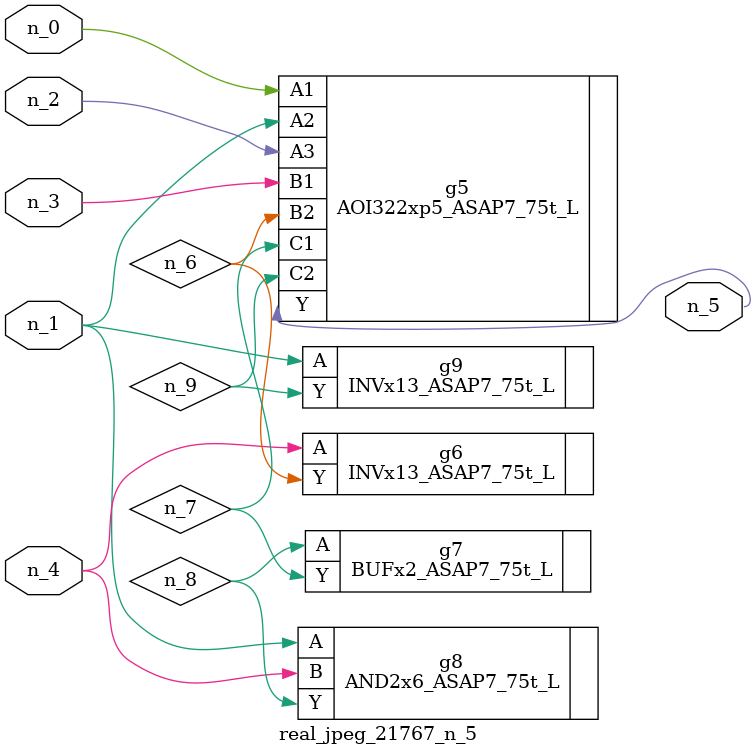
<source format=v>
module real_jpeg_21767_n_5 (n_4, n_0, n_1, n_2, n_3, n_5);

input n_4;
input n_0;
input n_1;
input n_2;
input n_3;

output n_5;

wire n_8;
wire n_6;
wire n_7;
wire n_9;

AOI322xp5_ASAP7_75t_L g5 ( 
.A1(n_0),
.A2(n_1),
.A3(n_2),
.B1(n_3),
.B2(n_6),
.C1(n_7),
.C2(n_9),
.Y(n_5)
);

AND2x6_ASAP7_75t_L g8 ( 
.A(n_1),
.B(n_4),
.Y(n_8)
);

INVx13_ASAP7_75t_L g9 ( 
.A(n_1),
.Y(n_9)
);

INVx13_ASAP7_75t_L g6 ( 
.A(n_4),
.Y(n_6)
);

BUFx2_ASAP7_75t_L g7 ( 
.A(n_8),
.Y(n_7)
);


endmodule
</source>
